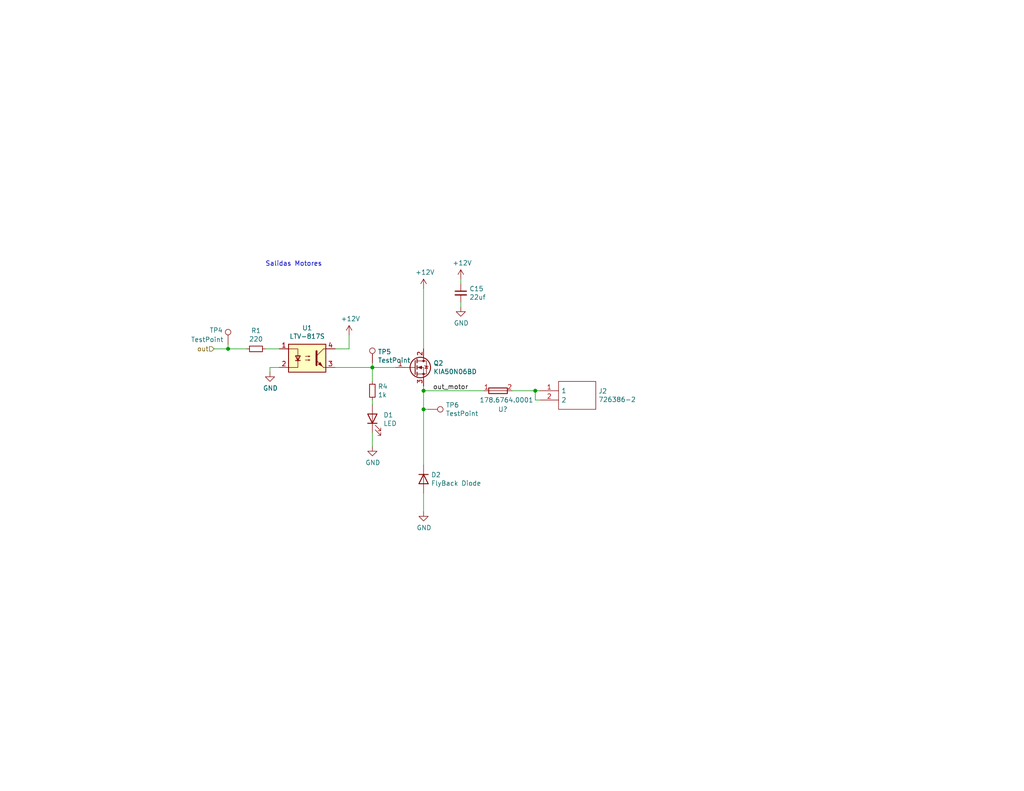
<source format=kicad_sch>
(kicad_sch (version 20230121) (generator eeschema)
  (paper "USLetter")
  (lib_symbols
    (symbol "Connector:TestPoint" (pin_numbers hide) (pin_names (offset 0.762) hide)
      (property "Reference" "TP" (at 0 6.858 0))
      (property "Value" "TestPoint" (at 0 5.08 0))
      (symbol "TestPoint_0_1"
        (circle (center 0 3.302) (radius 0.762))
      )
      (symbol "TestPoint_1_1"
        (pin passive line (at 0 0 90) (length 2.54) (name "1") (number "1"))
      )
    )
    (symbol "Device:C_Small" (pin_numbers hide) (pin_names (offset 0.254) hide)
      (property "Reference" "C" (at 0.254 1.778 0))
      (property "Value" "C_Small" (at 0.254 -2.032 0))
      (symbol "C_Small_0_1"
        (polyline (pts (xy -1.524 -0.508) (xy 1.524 -0.508)) (stroke (width 0.3302)))
        (polyline (pts (xy -1.524 0.508) (xy 1.524 0.508)) (stroke (width 0.3048)))
      )
      (symbol "C_Small_1_1"
        (pin passive line (at 0 2.54 270) (length 2.032) (name "~") (number "1"))
        (pin passive line (at 0 -2.54 90) (length 2.032) (name "~") (number "2"))
      )
    )
    (symbol "Device:D" (pin_numbers hide) (pin_names (offset 1.016) hide)
      (property "Reference" "D" (at 0 2.54 0))
      (property "Value" "D" (at 0 -2.54 0))
      (symbol "D_0_1"
        (polyline (pts (xy -1.27 1.27) (xy -1.27 -1.27)) (stroke (width 0.254)))
        (polyline (pts (xy 1.27 0) (xy -1.27 0)))
        (polyline (pts (xy 1.27 1.27) (xy 1.27 -1.27) (xy -1.27 0) (xy 1.27 1.27)) (stroke (width 0.254)))
      )
      (symbol "D_1_1"
        (pin passive line (at -3.81 0 0) (length 2.54) (name "K") (number "1"))
        (pin passive line (at 3.81 0 180) (length 2.54) (name "A") (number "2"))
      )
    )
    (symbol "Device:LED" (pin_numbers hide) (pin_names (offset 1.016) hide)
      (property "Reference" "D" (at 0 2.54 0))
      (property "Value" "LED" (at 0 -2.54 0))
      (symbol "LED_0_1"
        (polyline (pts (xy -1.27 -1.27) (xy -1.27 1.27)) (stroke (width 0.254)))
        (polyline (pts (xy -1.27 0) (xy 1.27 0)))
        (polyline (pts (xy 1.27 -1.27) (xy 1.27 1.27) (xy -1.27 0) (xy 1.27 -1.27)) (stroke (width 0.254)))
        (polyline (pts (xy -3.048 -0.762) (xy -4.572 -2.286) (xy -3.81 -2.286) (xy -4.572 -2.286) (xy -4.572 -1.524)))
        (polyline (pts (xy -1.778 -0.762) (xy -3.302 -2.286) (xy -2.54 -2.286) (xy -3.302 -2.286) (xy -3.302 -1.524)))
      )
      (symbol "LED_1_1"
        (pin passive line (at -3.81 0 0) (length 2.54) (name "K") (number "1"))
        (pin passive line (at 3.81 0 180) (length 2.54) (name "A") (number "2"))
      )
    )
    (symbol "Device:R_Small" (pin_numbers hide) (pin_names (offset 0.254) hide)
      (property "Reference" "R" (at 0.762 0.508 0))
      (property "Value" "R_Small" (at 0.762 -1.016 0))
      (symbol "R_Small_0_1"
        (rectangle (start -0.762 1.778) (end 0.762 -1.778) (stroke (width 0.2032)))
      )
      (symbol "R_Small_1_1"
        (pin passive line (at 0 2.54 270) (length 0.762) (name "~") (number "1"))
        (pin passive line (at 0 -2.54 90) (length 0.762) (name "~") (number "2"))
      )
    )
    (symbol "Isolator:LTV-817S" (pin_names (offset 1.016))
      (property "Reference" "U" (at -3.81 5.08 0))
      (property "Value" "LTV-817S" (at 0 -5.08 0))
      (symbol "LTV-817S_1_1"
        (rectangle (start -5.08 3.81) (end 5.08 -3.81) (stroke (width 0.254)) (fill (type background)))
        (polyline (pts (xy -3.175 -0.635) (xy -1.905 -0.635)) (stroke (width 0.254)))
        (polyline (pts (xy 2.54 0.635) (xy 4.445 2.54)))
        (polyline (pts (xy 4.445 -2.54) (xy 2.54 -0.635)) (fill (type outline)))
        (polyline (pts (xy 4.445 -2.54) (xy 5.08 -2.54)))
        (polyline (pts (xy 4.445 2.54) (xy 5.08 2.54)))
        (polyline (pts (xy -5.08 2.54) (xy -2.54 2.54) (xy -2.54 -0.762)))
        (polyline (pts (xy -2.54 -0.635) (xy -2.54 -2.54) (xy -5.08 -2.54)))
        (polyline (pts (xy 2.54 1.905) (xy 2.54 -1.905) (xy 2.54 -1.905)) (stroke (width 0.508)))
        (polyline (pts (xy -2.54 -0.635) (xy -3.175 0.635) (xy -1.905 0.635) (xy -2.54 -0.635)) (stroke (width 0.254)))
        (polyline (pts (xy -0.508 -0.508) (xy 0.762 -0.508) (xy 0.381 -0.635) (xy 0.381 -0.381) (xy 0.762 -0.508)))
        (polyline (pts (xy -0.508 0.508) (xy 0.762 0.508) (xy 0.381 0.381) (xy 0.381 0.635) (xy 0.762 0.508)))
        (polyline (pts (xy 3.048 -1.651) (xy 3.556 -1.143) (xy 4.064 -2.159) (xy 3.048 -1.651) (xy 3.048 -1.651)) (fill (type outline)))
        (pin passive line (at -7.62 2.54 0) (length 2.54) (name "~") (number "1"))
        (pin passive line (at -7.62 -2.54 0) (length 2.54) (name "~") (number "2"))
        (pin passive line (at 7.62 -2.54 180) (length 2.54) (name "~") (number "3"))
        (pin passive line (at 7.62 2.54 180) (length 2.54) (name "~") (number "4"))
      )
    )
    (symbol "Transistor_FET:IRFS4227" (pin_names hide)
      (property "Reference" "Q" (at 5.08 1.905 0))
      (property "Value" "IRFS4227" (at 5.08 0 0))
      (symbol "IRFS4227_0_1"
        (polyline (pts (xy 0.254 0) (xy -2.54 0)))
        (polyline (pts (xy 0.254 1.905) (xy 0.254 -1.905)) (stroke (width 0.254)))
        (polyline (pts (xy 0.762 -1.27) (xy 0.762 -2.286)) (stroke (width 0.254)))
        (polyline (pts (xy 0.762 0.508) (xy 0.762 -0.508)) (stroke (width 0.254)))
        (polyline (pts (xy 0.762 2.286) (xy 0.762 1.27)) (stroke (width 0.254)))
        (polyline (pts (xy 2.54 2.54) (xy 2.54 1.778)))
        (polyline (pts (xy 2.54 -2.54) (xy 2.54 0) (xy 0.762 0)))
        (polyline (pts (xy 0.762 -1.778) (xy 3.302 -1.778) (xy 3.302 1.778) (xy 0.762 1.778)))
        (polyline (pts (xy 1.016 0) (xy 2.032 0.381) (xy 2.032 -0.381) (xy 1.016 0)) (fill (type outline)))
        (polyline (pts (xy 2.794 0.508) (xy 2.921 0.381) (xy 3.683 0.381) (xy 3.81 0.254)))
        (polyline (pts (xy 3.302 0.381) (xy 2.921 -0.254) (xy 3.683 -0.254) (xy 3.302 0.381)))
        (circle (center 1.651 0) (radius 2.794) (stroke (width 0.254)))
        (circle (center 2.54 -1.778) (radius 0.254) (fill (type outline)))
        (circle (center 2.54 1.778) (radius 0.254) (fill (type outline)))
      )
      (symbol "IRFS4227_1_1"
        (pin passive line (at -5.08 0 0) (length 2.54) (name "G") (number "1"))
        (pin passive line (at 2.54 5.08 270) (length 2.54) (name "D") (number "2"))
        (pin passive line (at 2.54 -5.08 90) (length 2.54) (name "S") (number "3"))
      )
    )
    (symbol "jac_board-rescue:178.6764.0001-fuse_holder-jac_board-rescue" (pin_names (offset 0.762))
      (property "Reference" "U" (at 16.51 7.62 0))
      (property "Value" "jac_board-rescue_178.6764.0001-fuse_holder" (at 16.51 5.08 0))
      (symbol "178.6764.0001-fuse_holder-jac_board-rescue_1_1"
        (rectangle (start -0.762 -5.08) (end 0.762 0) (stroke (width 0.254)))
        (polyline (pts (xy 0 0) (xy 0 -5.08)))
        (pin passive line (at 0 1.27 270) (length 1.27) (name "~") (number "1"))
        (pin passive line (at 0 -6.35 90) (length 1.27) (name "~") (number "2"))
      )
    )
    (symbol "jac_board-rescue:726386-2-output_terminal-jac_board-rescue" (pin_names (offset 0.762))
      (property "Reference" "J" (at 16.51 7.62 0))
      (property "Value" "jac_board-rescue_726386-2-output_terminal" (at 16.51 5.08 0))
      (symbol "726386-2-output_terminal-jac_board-rescue_0_0"
        (pin passive line (at 0 0 0) (length 5.08) (name "1") (number "1"))
        (pin passive line (at 0 -2.54 0) (length 5.08) (name "2") (number "2"))
      )
      (symbol "726386-2-output_terminal-jac_board-rescue_0_1"
        (polyline (pts (xy 5.08 2.54) (xy 15.24 2.54) (xy 15.24 -5.08) (xy 5.08 -5.08) (xy 5.08 2.54)) (stroke (width 0.1524)))
      )
    )
    (symbol "power:+12V" (power) (pin_names (offset 0))
      (property "Value" "+12V" (at 0 3.556 0))
      (symbol "+12V_0_1"
        (polyline (pts (xy -0.762 1.27) (xy 0 2.54)))
        (polyline (pts (xy 0 0) (xy 0 2.54)))
        (polyline (pts (xy 0 2.54) (xy 0.762 1.27)))
      )
      (symbol "+12V_1_1"
        (pin power_in line (at 0 0 90) (length 0) hide (name "+12V") (number "1"))
      )
    )
    (symbol "power:GND" (power) (pin_names (offset 0))
      (property "Value" "GND" (at 0 -3.81 0))
      (symbol "GND_0_1"
        (polyline (pts (xy 0 0) (xy 0 -1.27) (xy 1.27 -1.27) (xy 0 -2.54) (xy -1.27 -1.27) (xy 0 -1.27)))
      )
      (symbol "GND_1_1"
        (pin power_in line (at 0 0 270) (length 0) hide (name "GND") (number "1"))
      )
    )
  )
  (junction (at 115.57 111.76))
  (junction (at 62.23 95.25))
  (junction (at 115.57 106.68))
  (junction (at 146.05 106.68))
  (junction (at 101.6 100.33))
  (wire (pts (xy 101.6 99.06) (xy 101.6 100.33)))
  (wire (pts (xy 115.57 106.68) (xy 115.57 111.76)))
  (wire (pts (xy 125.73 76.2) (xy 125.73 77.47)))
  (wire (pts (xy 101.6 118.11) (xy 101.6 121.92)))
  (wire (pts (xy 62.23 93.98) (xy 62.23 95.25)))
  (wire (pts (xy 72.39 95.25) (xy 76.2 95.25)))
  (wire (pts (xy 147.32 106.68) (xy 146.05 106.68)))
  (wire (pts (xy 115.57 134.62) (xy 115.57 139.7)))
  (wire (pts (xy 91.44 95.25) (xy 95.25 95.25)))
  (wire (pts (xy 101.6 109.22) (xy 101.6 110.49)))
  (wire (pts (xy 146.05 109.22) (xy 146.05 106.68)))
  (wire (pts (xy 125.73 83.82) (xy 125.73 82.55)))
  (wire (pts (xy 91.44 100.33) (xy 101.6 100.33)))
  (wire (pts (xy 139.7 106.68) (xy 146.05 106.68)))
  (wire (pts (xy 116.84 111.76) (xy 115.57 111.76)))
  (wire (pts (xy 62.23 95.25) (xy 67.31 95.25)))
  (wire (pts (xy 73.66 100.33) (xy 76.2 100.33)))
  (wire (pts (xy 58.42 95.25) (xy 62.23 95.25)))
  (wire (pts (xy 115.57 95.25) (xy 115.57 78.74)))
  (wire (pts (xy 115.57 106.68) (xy 132.08 106.68)))
  (wire (pts (xy 95.25 91.44) (xy 95.25 95.25)))
  (wire (pts (xy 115.57 111.76) (xy 115.57 127)))
  (wire (pts (xy 147.32 109.22) (xy 146.05 109.22)))
  (wire (pts (xy 101.6 100.33) (xy 101.6 104.14)))
  (wire (pts (xy 73.66 101.6) (xy 73.66 100.33)))
  (wire (pts (xy 115.57 105.41) (xy 115.57 106.68)))
  (wire (pts (xy 101.6 100.33) (xy 107.95 100.33)))
  (text "Salidas Motores\n\n" (at 72.39 74.93 0) (effects (font (size 1.27 1.27)) (justify left bottom)))
  (label "out_motor" (at 118.11 106.68 0))
  (hierarchical_label "out" (shape input) (at 58.42 95.25 180))
  (symbol (lib_id "Device:LED") (at 101.6 114.3 90) (unit 1)
    (property "Reference" "D1" (at 104.5972 113.3094 90) (effects (justify right)))
    (property "Value" "LED" (at 104.5972 115.6208 90) (effects (justify right)))
    (property "Footprint" "LED_SMD:LED_0805_2012Metric" (effects hide))
    (property "JLCPCB Part #" "C84256" (effects hide))
    (instances (project "jac_board" (path "" (reference "D1") (unit 1)) (path "" (reference "D3") (unit 1)) (path "" (reference "D?") (unit 1))))
  )
  (symbol (lib_id "power:GND") (at 73.66 101.6 0) (unit 1)
    (property "Reference" "#PWR03" (effects hide))
    (property "Value" "GND" (at 73.787 105.9942 0))
    (instances (project "jac_board" (path "" (reference "#PWR03") (unit 1)) (path "" (reference "#PWR08") (unit 1)) (path "" (reference "#PWR?") (unit 1))))
  )
  (symbol (lib_id "Isolator:LTV-817S") (at 83.82 97.79 0) (unit 1)
    (property "Reference" "U1" (at 83.82 89.535 0))
    (property "Value" "LTV-817S" (at 83.82 91.8464 0))
    (property "Footprint" "Package_DIP:SMDIP-4_W9.53mm" (effects hide))
    (property "Datasheet" "http://www.us.liteon.com/downloads/LTV-817-827-847.PDF" (effects hide))
    (property "JLCPCB Part #" "C189217" (effects hide))
    (instances (project "jac_board" (path "" (reference "U1") (unit 1)) (path "" (reference "U3") (unit 1)) (path "" (reference "U?") (unit 1))))
  )
  (symbol (lib_id "Device:D") (at 115.57 130.81 270) (unit 1)
    (property "Reference" "D2" (at 117.602 129.6416 90) (effects (justify left)))
    (property "Value" "FlyBack Diode" (at 117.602 131.953 90) (effects (justify left)))
    (property "Footprint" "Diode_SMD:D_SMC" (effects hide))
    (property "JLCPCB Part #" "C65019" (effects hide))
    (instances (project "jac_board" (path "" (reference "D2") (unit 1)) (path "" (reference "D4") (unit 1)) (path "" (reference "D?") (unit 1))))
  )
  (symbol (lib_id "jac_board-rescue:178.6764.0001-fuse_holder-jac_board-rescue") (at 133.35 106.68 90) (unit 1)
    (property "Reference" "U?" (at 135.89 111.76 90) (effects (justify right)))
    (property "Value" "178.6764.0001" (at 130.81 109.22 90) (effects (justify right)))
    (property "Footprint" "fuse_holder:17867640001" (effects hide))
    (property "Datasheet" "http://www.littelfuse.com/~/media/commercial-vehicle/datasheets/automotive-fuse-holders/mini/littelfuse-fuseholder-mini-fl1-pcb-mount.pdf" (effects hide))
    (property "Description" "LITTELFUSE - 178.6764.0001 - FUSE HOLDER, PCB, FK1 BLADE" (effects hide))
    (property "Height" "15" (effects hide))
    (property "Mouser Part Number" "576-178.6764.0001" (effects hide))
    (property "Mouser Price/Stock" "https://www.mouser.co.uk/ProductDetail/Littelfuse/17867640001?qs=gu7KAQ731UTQ5alyjBY5mw%3D%3D" (effects hide))
    (property "Manufacturer_Name" "LITTELFUSE" (effects hide))
    (property "Manufacturer_Part_Number" "178.6764.0001" (effects hide))
    (property "JLCPCB Part #" "C142933" (effects hide))
    (instances (project "jac_board" (path "" (reference "U?") (unit 1)) (path "" (reference "U4") (unit 1)) (path "" (reference "U?") (unit 1)) (path "" (reference "U2") (unit 1))))
  )
  (symbol (lib_id "Device:R_Small") (at 69.85 95.25 270) (unit 1)
    (property "Reference" "R1" (at 69.85 90.2716 90))
    (property "Value" "220" (at 69.85 92.583 90))
    (property "Footprint" "Resistor_SMD:R_0603_1608Metric" (effects hide))
    (property "JLCPCB Part #" "C22962" (effects hide))
    (instances (project "jac_board" (path "" (reference "R1") (unit 1)) (path "" (reference "R5") (unit 1)) (path "" (reference "R?") (unit 1))))
  )
  (symbol (lib_id "Device:R_Small") (at 101.6 106.68 180) (unit 1)
    (property "Reference" "R4" (at 103.0986 105.5116 0) (effects (justify right)))
    (property "Value" "1k" (at 103.0986 107.823 0) (effects (justify right)))
    (property "Footprint" "Resistor_SMD:R_0603_1608Metric" (effects hide))
    (property "JLCPCB Part #" "C21190" (effects hide))
    (instances (project "jac_board" (path "" (reference "R4") (unit 1)) (path "" (reference "R8") (unit 1)) (path "" (reference "R?") (unit 1))))
  )
  (symbol (lib_id "power:GND") (at 115.57 139.7 0) (unit 1)
    (property "Reference" "#PWR07" (effects hide))
    (property "Value" "GND" (at 115.697 144.0942 0))
    (instances (project "jac_board" (path "" (reference "#PWR07") (unit 1)) (path "" (reference "#PWR012") (unit 1)) (path "" (reference "#PWR?") (unit 1))))
  )
  (symbol (lib_id "power:+12V") (at 115.57 78.74 0) (unit 1)
    (property "Reference" "#PWR06" (effects hide))
    (property "Value" "+12V" (at 115.951 74.3458 0))
    (instances (project "jac_board" (path "" (reference "#PWR06") (unit 1)) (path "" (reference "#PWR011") (unit 1)) (path "" (reference "#PWR?") (unit 1))))
  )
  (symbol (lib_id "jac_board-rescue:726386-2-output_terminal-jac_board-rescue") (at 147.32 106.68 0) (unit 1)
    (property "Reference" "J2" (at 163.2712 106.7816 0) (effects (justify left)))
    (property "Value" "726386-2" (at 163.2712 109.093 0) (effects (justify left)))
    (property "Footprint" "output_terminal:726386-2" (effects hide))
    (property "Datasheet" "http://www.te.com/commerce/DocumentDelivery/DDEController?Action=showdoc&DocId=Customer+Drawing%7F726386%7FG%7Fpdf%7FEnglish%7FENG_CD_726386_G.pdf%7F1-726386-2" (effects hide))
    (property "Description" "AMP - TE CONNECTIVITY - 726386-2 - TAB, STRAIGHT, 6.3X0.8MM" (effects hide))
    (property "Mouser Part Number" "571-726386-2" (effects hide))
    (property "Mouser Price/Stock" "https://www.mouser.co.uk/ProductDetail/TE-Connectivity-AMP/726386-2?qs=sd1rtLGwt4569WB7PEOdPA%3D%3D" (effects hide))
    (property "Manufacturer_Name" "TE Connectivity" (effects hide))
    (property "Manufacturer_Part_Number" "726386-2" (effects hide))
    (property "JLCPCB Part #" "C305817" (effects hide))
    (instances (project "jac_board" (path "" (reference "J2") (unit 1)) (path "" (reference "J3") (unit 1)) (path "" (reference "J?") (unit 1))))
  )
  (symbol (lib_id "power:+12V") (at 95.25 91.44 0) (unit 1)
    (property "Reference" "#PWR04" (effects hide))
    (property "Value" "+12V" (at 95.631 87.0458 0))
    (instances (project "jac_board" (path "" (reference "#PWR04") (unit 1)) (path "" (reference "#PWR09") (unit 1)) (path "" (reference "#PWR?") (unit 1))))
  )
  (symbol (lib_id "Device:C_Small") (at 125.73 80.01 0) (unit 1)
    (property "Reference" "C15" (at 128.0668 78.8416 0) (effects (justify left)))
    (property "Value" "22uf" (at 128.0668 81.153 0) (effects (justify left)))
    (property "Footprint" "Capacitor_SMD:C_0805_2012Metric" (effects hide))
    (property "JLCPCB Part #" "C45783" (effects hide))
    (instances (project "jac_board" (path "" (reference "C15") (unit 1)) (path "" (reference "C14") (unit 1))))
  )
  (symbol (lib_id "power:+12V") (at 125.73 76.2 0) (unit 1)
    (property "Reference" "#PWR01" (effects hide))
    (property "Value" "+12V" (at 126.111 71.8058 0))
    (instances (project "jac_board" (path "" (reference "#PWR01") (unit 1)) (path "" (reference "#PWR05") (unit 1)) (path "" (reference "#PWR?") (unit 1))))
  )
  (symbol (lib_id "power:GND") (at 125.73 83.82 0) (unit 1)
    (property "Reference" "#PWR02" (effects hide))
    (property "Value" "GND" (at 125.857 88.2142 0))
    (instances (project "jac_board" (path "" (reference "#PWR02") (unit 1)) (path "" (reference "#PWR010") (unit 1)) (path "" (reference "#PWR?") (unit 1))))
  )
  (symbol (lib_id "Connector:TestPoint") (at 62.23 93.98 0) (unit 1)
    (property "Reference" "TP4" (at 57.15 90.17 0) (effects (justify left)))
    (property "Value" "TestPoint" (at 52.07 92.71 0) (effects (justify left)))
    (property "Footprint" "TestPoint:TestPoint_Pad_2.0x2.0mm" (effects hide))
    (instances (project "jac_board" (path "" (reference "TP4") (unit 1)) (path "" (reference "TP1") (unit 1))))
  )
  (symbol (lib_id "Connector:TestPoint") (at 101.6 99.06 0) (unit 1)
    (property "Reference" "TP5" (at 103.0732 96.0628 0) (effects (justify left)))
    (property "Value" "TestPoint" (at 103.0732 98.3742 0) (effects (justify left)))
    (property "Footprint" "TestPoint:TestPoint_Pad_2.0x2.0mm" (effects hide))
    (instances (project "jac_board" (path "" (reference "TP5") (unit 1)) (path "" (reference "TP2") (unit 1))))
  )
  (symbol (lib_id "Connector:TestPoint") (at 116.84 111.76 270) (unit 1)
    (property "Reference" "TP6" (at 121.6152 110.5916 90) (effects (justify left)))
    (property "Value" "TestPoint" (at 121.6152 112.903 90) (effects (justify left)))
    (property "Footprint" "TestPoint:TestPoint_Pad_2.0x2.0mm" (effects hide))
    (instances (project "jac_board" (path "" (reference "TP6") (unit 1)) (path "" (reference "TP3") (unit 1))))
  )
  (symbol (lib_id "Transistor_FET:IRFS4227") (at 113.03 100.33 0) (unit 1)
    (property "Reference" "Q2" (at 118.237 99.1616 0) (effects (justify left)))
    (property "Value" "KIA50N06BD" (at 118.237 101.473 0) (effects (justify left)))
    (property "Footprint" "Package_TO_SOT_SMD:TO-252-2" (effects hide))
    (property "Datasheet" "https://www.infineon.com/dgdl/irfs4227pbf.pdf?fileId=5546d462533600a401535639ef64219b" (effects hide))
    (property "JLCPCB Part #" "C130980" (effects hide))
    (instances (project "jac_board" (path "" (reference "Q2") (unit 1)) (path "" (reference "Q1") (unit 1))))
  )
  (symbol (lib_id "power:GND") (at 101.6 121.92 0) (unit 1)
    (property "Reference" "#PWR0101" (effects hide))
    (property "Value" "GND" (at 101.727 126.3142 0))
    (instances (project "jac_board" (path "" (reference "#PWR0101") (unit 1)) (path "" (reference "#PWR0102") (unit 1)) (path "" (reference "#PWR?") (unit 1))))
  )
)
</source>
